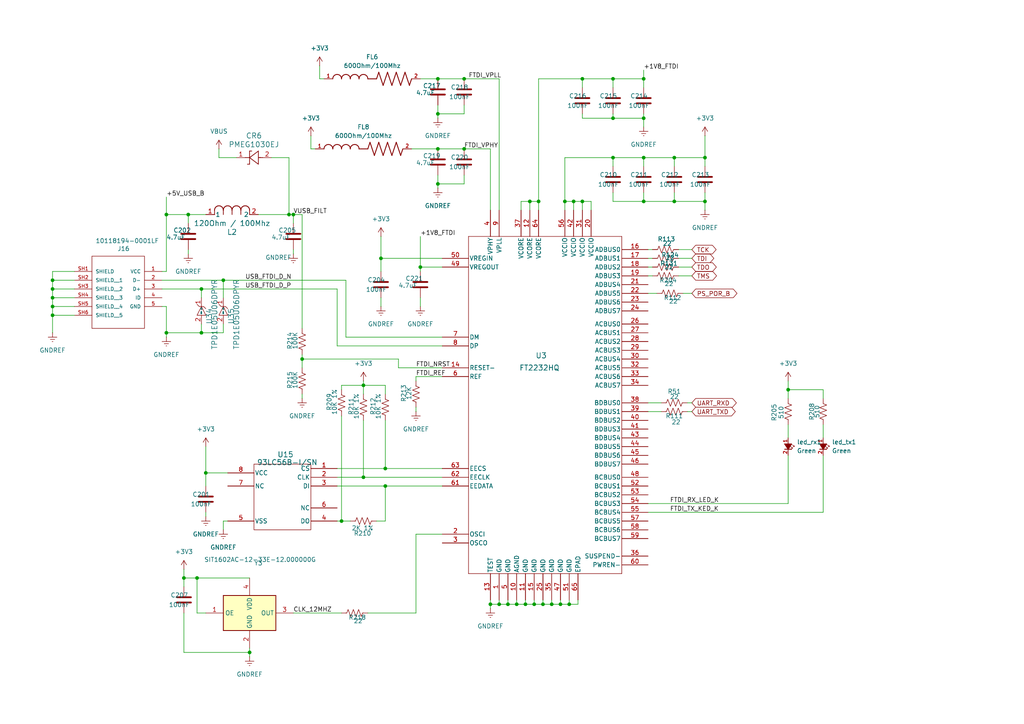
<source format=kicad_sch>
(kicad_sch (version 20231120) (generator "eeschema") (generator_version "8.0")
  (paper "A4")
  (lib_symbols
    (symbol "10118194-0001LF:10118194-0001LF" (pin_names (offset 1.016))
      (property "Reference" "J16" (at 8.89 -5.0799 0))
      (property "Value" "10118194-0001LF" (at 8.89 -7.6199 0))
      (symbol "10118194-0001LF_0_0"
        (pin power_in line (at 12.7 6.35 180) (length 5.08) (name "VCC") (number "1"))
        (pin bidirectional line (at 12.7 3.81 180) (length 5.08) (name "D-") (number "2"))
        (pin bidirectional line (at 12.7 1.27 180) (length 5.08) (name "D+") (number "3"))
        (pin bidirectional line (at 12.7 -1.27 180) (length 5.08) (name "ID") (number "4"))
        (pin power_in line (at 12.7 -3.81 180) (length 5.08) (name "GND") (number "5"))
        (pin passive line (at -12.7 6.35 0) (length 5.08) (name "SHIELD") (number "SH1"))
        (pin passive line (at -12.7 3.81 0) (length 5.08) (name "SHIELD__1") (number "SH2"))
        (pin passive line (at -12.7 1.27 0) (length 5.08) (name "SHIELD__2") (number "SH3"))
        (pin passive line (at -12.7 -1.27 0) (length 5.08) (name "SHIELD__3") (number "SH4"))
        (pin passive line (at -12.7 -3.81 0) (length 5.08) (name "SHIELD__4") (number "SH5"))
        (pin passive line (at -12.7 -6.35 0) (length 5.08) (name "SHIELD__5") (number "SH6"))
      )
    )
    (symbol "93LC56B-I-SN:93LC56B-I_SN" (pin_names (offset 0.254))
      (property "Reference" "U15" (at 1.524 11.684 0))
      (property "Value" "93LC56B-I/SN" (at 2.032 9.398 0))
      (symbol "93LC56B-I_SN_0_1"
        (pin unspecified line (at 16.51 7.62 180) (length 7.62) (name "CS") (number "1"))
        (pin unspecified line (at 16.51 5.08 180) (length 7.62) (name "CLK") (number "2"))
        (pin unspecified line (at 16.51 2.54 180) (length 7.62) (name "DI") (number "3"))
        (pin unspecified line (at 16.51 -7.62 180) (length 7.62) (name "DO") (number "4"))
        (pin unspecified line (at -15.24 -7.62 0) (length 7.62) (name "VSS") (number "5"))
        (pin unspecified line (at 16.51 -3.81 180) (length 7.62) (name "NC") (number "6"))
        (pin unspecified line (at -15.24 2.54 0) (length 7.62) (name "NC") (number "7"))
        (pin unspecified line (at -15.24 6.35 0) (length 7.62) (name "VCC") (number "8"))
      )
    )
    (symbol "Aquiot:LED" (pin_names (offset 0.254) hide)
      (property "Reference" "D" (at 0 3.81 0))
      (property "Value" "LED" (at 0 -2.54 0))
      (symbol "LED_1_1"
        (pin passive line (at -2.54 0 0) (length 1.778) (name "A") (number "1"))
        (pin passive line (at 2.54 0 180) (length 1.778) (name "K") (number "2"))
      )
    )
    (symbol "BLM18AG121SN1D:BLM18AG121SN1D" (pin_names (offset 0.254))
      (property "Reference" "L" (at 6.985 5.08 0))
      (property "Value" "BLM18AG121SN1D" (at 6.985 -2.54 0))
      (symbol "BLM18AG121SN1D_1_1"
        (pin unspecified line (at 15.24 0 180) (length 2.54) (name "1") (number "1"))
        (pin unspecified line (at 0 0 0) (length 2.54) (name "2") (number "2"))
      )
      (symbol "BLM18AG121SN1D_1_2"
        (pin unspecified line (at 0 15.24 270) (length 2.54) (name "1") (number "1"))
        (pin unspecified line (at 0 0 90) (length 2.54) (name "2") (number "2"))
      )
    )
    (symbol "BLM18AG601SZ1D:BLM18AG601SZ1D" (pin_names (offset 1.016))
      (property "Reference" "FL" (at -12.7044 5.0815 0))
      (property "Value" "BLM18AG601SZ1D" (at -12.71 -5.0866 0))
      (symbol "BLM18AG601SZ1D_0_0"
        (pin passive line (at -15.24 0 0) (length 2.54) (name "~") (number "1"))
        (pin passive line (at 12.7 0 180) (length 2.54) (name "~") (number "2"))
      )
    )
    (symbol "Device:C" (pin_numbers hide) (pin_names (offset 0.254))
      (property "Reference" "C" (at 0.635 2.54 0))
      (property "Value" "C" (at 0.635 -2.54 0))
      (symbol "C_1_1"
        (pin passive line (at 0 3.81 270) (length 2.794) (name "~") (number "1"))
        (pin passive line (at 0 -3.81 90) (length 2.794) (name "~") (number "2"))
      )
    )
    (symbol "Device:R_US" (pin_numbers hide) (pin_names (offset 0))
      (property "Reference" "R" (at 2.54 0 90))
      (property "Value" "R_US" (at -2.54 0 90))
      (symbol "R_US_1_1"
        (pin passive line (at 0 3.81 270) (length 1.27) (name "~") (number "1"))
        (pin passive line (at 0 -3.81 90) (length 1.27) (name "~") (number "2"))
      )
    )
    (symbol "FT2232HQ:FT2232HQ" (pin_names (offset 0.254))
      (property "Reference" "U3" (at 21.082 -39.624 0))
      (property "Value" "FT2232HQ" (at 20.574 -43.18 0))
      (symbol "FT2232HQ_0_1"
        (pin power_out line (at 8.89 -110.49 90) (length 7.62) (name "GND") (number "1"))
        (pin power_out line (at 13.97 -110.49 90) (length 7.62) (name "AGND") (number "10"))
        (pin power_out line (at 16.51 -110.49 90) (length 7.62) (name "GND") (number "11"))
        (pin power_in line (at 17.78 2.54 270) (length 7.62) (name "VCORE") (number "12"))
        (pin input line (at 6.35 -110.49 90) (length 7.62) (name "TEST") (number "13"))
        (pin input line (at -7.62 -43.18 0) (length 7.62) (name "RESET-") (number "14"))
        (pin power_out line (at 19.05 -110.49 90) (length 7.62) (name "GND") (number "15"))
        (pin bidirectional line (at 52.07 -8.89 180) (length 7.62) (name "ADBUS0") (number "16"))
        (pin bidirectional line (at 52.07 -11.43 180) (length 7.62) (name "ADBUS1") (number "17"))
        (pin bidirectional line (at 52.07 -13.97 180) (length 7.62) (name "ADBUS2") (number "18"))
        (pin bidirectional line (at 52.07 -16.51 180) (length 7.62) (name "ADBUS3") (number "19"))
        (pin input line (at -7.62 -91.44 0) (length 7.62) (name "OSCI") (number "2"))
        (pin power_in line (at 35.56 2.54 270) (length 7.62) (name "VCCIO") (number "20"))
        (pin bidirectional line (at 52.07 -19.05 180) (length 7.62) (name "ADBUS4") (number "21"))
        (pin bidirectional line (at 52.07 -21.59 180) (length 7.62) (name "ADBUS5") (number "22"))
        (pin bidirectional line (at 52.07 -24.13 180) (length 7.62) (name "ADBUS6") (number "23"))
        (pin bidirectional line (at 52.07 -26.67 180) (length 7.62) (name "ADBUS7") (number "24"))
        (pin power_out line (at 21.59 -110.49 90) (length 7.62) (name "GND") (number "25"))
        (pin bidirectional line (at 52.07 -30.48 180) (length 7.62) (name "ACBUS0") (number "26"))
        (pin bidirectional line (at 52.07 -33.02 180) (length 7.62) (name "ACBUS1") (number "27"))
        (pin bidirectional line (at 52.07 -35.56 180) (length 7.62) (name "ACBUS2") (number "28"))
        (pin bidirectional line (at 52.07 -38.1 180) (length 7.62) (name "ACBUS3") (number "29"))
        (pin output line (at -7.62 -93.98 0) (length 7.62) (name "OSCO") (number "3"))
        (pin bidirectional line (at 52.07 -40.64 180) (length 7.62) (name "ACBUS4") (number "30"))
        (pin power_in line (at 33.02 2.54 270) (length 7.62) (name "VCCIO") (number "31"))
        (pin bidirectional line (at 52.07 -43.18 180) (length 7.62) (name "ACBUS5") (number "32"))
        (pin bidirectional line (at 52.07 -45.72 180) (length 7.62) (name "ACBUS6") (number "33"))
        (pin bidirectional line (at 52.07 -48.26 180) (length 7.62) (name "ACBUS7") (number "34"))
        (pin power_out line (at 24.13 -110.49 90) (length 7.62) (name "GND") (number "35"))
        (pin output line (at 52.07 -97.79 180) (length 7.62) (name "SUSPEND-") (number "36"))
        (pin power_in line (at 15.24 2.54 270) (length 7.62) (name "VCORE") (number "37"))
        (pin bidirectional line (at 52.07 -53.34 180) (length 7.62) (name "BDBUS0") (number "38"))
        (pin bidirectional line (at 52.07 -55.88 180) (length 7.62) (name "BDBUS1") (number "39"))
        (pin power_in line (at 6.35 2.54 270) (length 7.62) (name "VPHY") (number "4"))
        (pin bidirectional line (at 52.07 -58.42 180) (length 7.62) (name "BDBUS2") (number "40"))
        (pin bidirectional line (at 52.07 -60.96 180) (length 7.62) (name "BDBUS3") (number "41"))
        (pin power_in line (at 30.48 2.54 270) (length 7.62) (name "VCCIO") (number "42"))
        (pin bidirectional line (at 52.07 -63.5 180) (length 7.62) (name "BDBUS4") (number "43"))
        (pin bidirectional line (at 52.07 -66.04 180) (length 7.62) (name "BDBUS5") (number "44"))
        (pin bidirectional line (at 52.07 -68.58 180) (length 7.62) (name "BDBUS6") (number "45"))
        (pin bidirectional line (at 52.07 -71.12 180) (length 7.62) (name "BDBUS7") (number "46"))
        (pin power_out line (at 26.67 -110.49 90) (length 7.62) (name "GND") (number "47"))
        (pin bidirectional line (at 52.07 -74.93 180) (length 7.62) (name "BCBUS0") (number "48"))
        (pin power_in line (at -7.62 -13.97 0) (length 7.62) (name "VREGOUT") (number "49"))
        (pin power_out line (at 11.43 -110.49 90) (length 7.62) (name "GND") (number "5"))
        (pin power_in line (at -7.62 -11.43 0) (length 7.62) (name "VREGIN") (number "50"))
        (pin power_out line (at 29.21 -110.49 90) (length 7.62) (name "GND") (number "51"))
        (pin bidirectional line (at 52.07 -77.47 180) (length 7.62) (name "BCBUS1") (number "52"))
        (pin bidirectional line (at 52.07 -80.01 180) (length 7.62) (name "BCBUS2") (number "53"))
        (pin bidirectional line (at 52.07 -82.55 180) (length 7.62) (name "BCBUS3") (number "54"))
        (pin bidirectional line (at 52.07 -85.09 180) (length 7.62) (name "BCBUS4") (number "55"))
        (pin power_in line (at 27.94 2.54 270) (length 7.62) (name "VCCIO") (number "56"))
        (pin bidirectional line (at 52.07 -87.63 180) (length 7.62) (name "BCBUS5") (number "57"))
        (pin bidirectional line (at 52.07 -90.17 180) (length 7.62) (name "BCBUS6") (number "58"))
        (pin bidirectional line (at 52.07 -92.71 180) (length 7.62) (name "BCBUS7") (number "59"))
        (pin input line (at -7.62 -45.72 0) (length 7.62) (name "REF") (number "6"))
        (pin output line (at 52.07 -100.33 180) (length 7.62) (name "PWREN-") (number "60"))
        (pin bidirectional line (at -7.62 -77.47 0) (length 7.62) (name "EEDATA") (number "61"))
        (pin bidirectional line (at -7.62 -74.93 0) (length 7.62) (name "EECLK") (number "62"))
        (pin bidirectional line (at -7.62 -72.39 0) (length 7.62) (name "EECS") (number "63"))
        (pin input line (at 20.32 2.54 270) (length 7.62) (name "VCORE") (number "64"))
        (pin unspecified line (at 31.75 -110.49 90) (length 7.62) (name "EPAD") (number "65"))
        (pin bidirectional line (at -7.62 -34.29 0) (length 7.62) (name "DM") (number "7"))
        (pin bidirectional line (at -7.62 -36.83 0) (length 7.62) (name "DP") (number "8"))
        (pin power_in line (at 8.89 2.54 270) (length 7.62) (name "VPLL") (number "9"))
      )
    )
    (symbol "PMEG1030EJ:PMEG1030EJ" (pin_names (offset 0.254))
      (property "Reference" "CR" (at 5.08 4.445 0))
      (property "Value" "PMEG1030EJ" (at 5.08 -3.81 0))
      (symbol "PMEG1030EJ_0_1"
        (pin unspecified line (at 10.16 0 180) (length 2.54) (name "") (number "1"))
        (pin unspecified line (at 0 0 0) (length 2.54) (name "") (number "2"))
      )
    )
    (symbol "SIT1602AC-12-33E-12_000000G:SIT1602AC-12-33E-12.000000G"
      (property "Reference" "Y3" (at 12.7 7.62 0))
      (property "Value" "SIT1602AC-12-33E-12.000000G" (at 12.7 5.08 0))
      (symbol "SIT1602AC-12-33E-12.000000G_1_1"
        (pin passive line (at 0 -2.54 0) (length 5.08) (name "OE") (number "1"))
        (pin passive line (at 12.7 -12.7 90) (length 5.08) (name "GND") (number "2"))
        (pin passive line (at 25.4 -2.54 180) (length 5.08) (name "OUT") (number "3"))
        (pin passive line (at 12.7 7.62 270) (length 5.08) (name "VDD") (number "4"))
      )
    )
    (symbol "TPD1E05U06DPYR_1" (pin_names (offset 0.254))
      (property "Reference" "U34" (at 5.334 2.286 0))
      (property "Value" "TPD1E05U06DPYR" (at 4.826 3.81 0))
      (symbol "TPD1E05U06DPYR_1_1_1"
        (pin bidirectional line (at 0 0 0) (length 2.54) (name "I/O") (number "1"))
        (pin power_in line (at 7.62 0 180) (length 2.54) (name "GND") (number "2"))
      )
    )
    (symbol "power:+3V3" (power) (pin_numbers hide) (pin_names (offset 0) hide)
      (property "Value" "+3V3" (at 0 3.556 0))
      (symbol "+3V3_1_1"
        (pin power_in line (at 0 0 90) (length 0) (name "~") (number "1"))
      )
    )
    (symbol "power:GNDREF" (power) (pin_numbers hide) (pin_names (offset 0) hide)
      (property "Value" "GNDREF" (at 0 -3.81 0))
      (symbol "GNDREF_1_1"
        (pin power_in line (at 0 0 270) (length 0) (name "~") (number "1"))
      )
    )
    (symbol "power:VBUS" (power) (pin_numbers hide) (pin_names (offset 0) hide)
      (property "Value" "VBUS" (at 0 3.556 0))
      (symbol "VBUS_1_1"
        (pin power_in line (at 0 0 90) (length 0) (name "~") (number "1"))
      )
    )
  )
  (junction (at 204.47 45.72))
  (junction (at 153.67 58.42))
  (junction (at 160.02 175.26))
  (junction (at 15.24 91.44))
  (junction (at 64.77 81.28))
  (junction (at 111.76 140.97))
  (junction (at 165.1 175.26))
  (junction (at 127 33.02))
  (junction (at 144.78 175.26))
  (junction (at 110.49 74.93))
  (junction (at 147.32 175.26))
  (junction (at 53.34 167.64))
  (junction (at 58.42 83.82))
  (junction (at 204.47 58.42))
  (junction (at 105.41 138.43))
  (junction (at 85.09 62.23))
  (junction (at 186.69 45.72))
  (junction (at 58.42 96.52))
  (junction (at 15.24 81.28))
  (junction (at 15.24 86.36))
  (junction (at 15.24 83.82))
  (junction (at 152.4 175.26))
  (junction (at 127 22.86))
  (junction (at 195.58 45.72))
  (junction (at 157.48 175.26))
  (junction (at 48.26 96.52))
  (junction (at 127 43.18))
  (junction (at 156.21 58.42))
  (junction (at 163.83 58.42))
  (junction (at 15.24 88.9))
  (junction (at 186.69 34.29))
  (junction (at 59.69 137.16))
  (junction (at 186.69 22.86))
  (junction (at 177.8 45.72))
  (junction (at 195.58 58.42))
  (junction (at 134.62 22.86))
  (junction (at 57.15 167.64))
  (junction (at 72.39 189.23))
  (junction (at 83.82 62.23))
  (junction (at 87.63 104.14))
  (junction (at 186.69 58.42))
  (junction (at 48.26 62.23))
  (junction (at 127 53.34))
  (junction (at 168.91 58.42))
  (junction (at 134.62 43.18))
  (junction (at 149.86 175.26))
  (junction (at 105.41 111.76))
  (junction (at 166.37 58.42))
  (junction (at 162.56 175.26))
  (junction (at 177.8 34.29))
  (junction (at 154.94 175.26))
  (junction (at 54.61 62.23))
  (junction (at 142.24 175.26))
  (junction (at 168.91 22.86))
  (junction (at 121.92 77.47))
  (junction (at 99.06 151.13))
  (junction (at 228.6 113.03))
  (junction (at 177.8 22.86))
  (junction (at 111.76 135.89))
  (wire (pts (xy 238.76 113.03) (xy 228.6 113.03)))
  (wire (pts (xy 121.92 86.36) (xy 121.92 88.9)))
  (wire (pts (xy 105.41 110.49) (xy 105.41 111.76)))
  (wire (pts (xy 97.79 140.97) (xy 111.76 140.97)))
  (wire (pts (xy 134.62 53.34) (xy 127 53.34)))
  (wire (pts (xy 106.68 177.8) (xy 120.65 177.8)))
  (wire (pts (xy 189.23 77.47) (xy 187.96 77.47)))
  (wire (pts (xy 99.06 151.13) (xy 101.6 151.13)))
  (wire (pts (xy 157.48 175.26) (xy 154.94 175.26)))
  (wire (pts (xy 72.39 167.64) (xy 57.15 167.64)))
  (wire (pts (xy 83.82 45.72) (xy 83.82 62.23)))
  (wire (pts (xy 196.85 80.01) (xy 200.66 80.01)))
  (wire (pts (xy 15.24 88.9) (xy 15.24 91.44)))
  (wire (pts (xy 156.21 60.96) (xy 156.21 58.42)))
  (wire (pts (xy 110.49 78.74) (xy 110.49 74.93)))
  (wire (pts (xy 58.42 96.52) (xy 48.26 96.52)))
  (wire (pts (xy 165.1 175.26) (xy 162.56 175.26)))
  (wire (pts (xy 121.92 78.74) (xy 121.92 77.47)))
  (wire (pts (xy 142.24 43.18) (xy 142.24 60.96)))
  (wire (pts (xy 58.42 93.98) (xy 58.42 96.52)))
  (wire (pts (xy 228.6 132.08) (xy 228.6 146.05)))
  (wire (pts (xy 204.47 48.26) (xy 204.47 45.72)))
  (wire (pts (xy 54.61 62.23) (xy 59.69 62.23)))
  (wire (pts (xy 196.85 77.47) (xy 200.66 77.47)))
  (wire (pts (xy 105.41 138.43) (xy 128.27 138.43)))
  (wire (pts (xy 99.06 111.76) (xy 105.41 111.76)))
  (wire (pts (xy 127 33.02) (xy 127 30.48)))
  (wire (pts (xy 199.39 119.38) (xy 200.66 119.38)))
  (wire (pts (xy 186.69 22.86) (xy 177.8 22.86)))
  (wire (pts (xy 57.15 177.8) (xy 59.69 177.8)))
  (wire (pts (xy 64.77 93.98) (xy 64.77 96.52)))
  (wire (pts (xy 165.1 173.99) (xy 165.1 175.26)))
  (wire (pts (xy 48.26 78.74) (xy 48.26 62.23)))
  (wire (pts (xy 128.27 109.22) (xy 120.65 109.22)))
  (wire (pts (xy 92.71 19.05) (xy 92.71 22.86)))
  (wire (pts (xy 163.83 58.42) (xy 163.83 45.72)))
  (wire (pts (xy 238.76 115.57) (xy 238.76 113.03)))
  (wire (pts (xy 151.13 58.42) (xy 153.67 58.42)))
  (wire (pts (xy 154.94 175.26) (xy 152.4 175.26)))
  (wire (pts (xy 144.78 22.86) (xy 144.78 60.96)))
  (wire (pts (xy 177.8 33.02) (xy 177.8 34.29)))
  (wire (pts (xy 72.39 189.23) (xy 72.39 190.5)))
  (wire (pts (xy 177.8 25.4) (xy 177.8 22.86)))
  (wire (pts (xy 195.58 58.42) (xy 186.69 58.42)))
  (wire (pts (xy 78.74 45.72) (xy 83.82 45.72)))
  (wire (pts (xy 48.26 62.23) (xy 54.61 62.23)))
  (wire (pts (xy 59.69 137.16) (xy 66.04 137.16)))
  (wire (pts (xy 91.44 43.18) (xy 90.17 43.18)))
  (wire (pts (xy 204.47 45.72) (xy 195.58 45.72)))
  (wire (pts (xy 15.24 81.28) (xy 15.24 83.82)))
  (wire (pts (xy 168.91 58.42) (xy 166.37 58.42)))
  (wire (pts (xy 127 43.18) (xy 134.62 43.18)))
  (wire (pts (xy 134.62 33.02) (xy 127 33.02)))
  (wire (pts (xy 187.96 80.01) (xy 189.23 80.01)))
  (wire (pts (xy 147.32 173.99) (xy 147.32 175.26)))
  (wire (pts (xy 15.24 78.74) (xy 15.24 81.28)))
  (wire (pts (xy 109.22 151.13) (xy 111.76 151.13)))
  (wire (pts (xy 99.06 113.03) (xy 99.06 111.76)))
  (wire (pts (xy 53.34 165.1) (xy 53.34 167.64)))
  (wire (pts (xy 152.4 175.26) (xy 149.86 175.26)))
  (wire (pts (xy 187.96 116.84) (xy 191.77 116.84)))
  (wire (pts (xy 21.59 78.74) (xy 15.24 78.74)))
  (wire (pts (xy 121.92 77.47) (xy 128.27 77.47)))
  (wire (pts (xy 186.69 34.29) (xy 177.8 34.29)))
  (wire (pts (xy 166.37 58.42) (xy 163.83 58.42)))
  (wire (pts (xy 92.71 22.86) (xy 93.98 22.86)))
  (wire (pts (xy 177.8 22.86) (xy 168.91 22.86)))
  (wire (pts (xy 127 33.02) (xy 127 34.29)))
  (wire (pts (xy 154.94 173.99) (xy 154.94 175.26)))
  (wire (pts (xy 64.77 96.52) (xy 58.42 96.52)))
  (wire (pts (xy 177.8 58.42) (xy 186.69 58.42)))
  (wire (pts (xy 21.59 88.9) (xy 15.24 88.9)))
  (wire (pts (xy 54.61 72.39) (xy 54.61 73.66)))
  (wire (pts (xy 149.86 173.99) (xy 149.86 175.26)))
  (wire (pts (xy 90.17 39.37) (xy 90.17 43.18)))
  (wire (pts (xy 151.13 60.96) (xy 151.13 58.42)))
  (wire (pts (xy 167.64 175.26) (xy 165.1 175.26)))
  (wire (pts (xy 120.65 154.94) (xy 128.27 154.94)))
  (wire (pts (xy 144.78 173.99) (xy 144.78 175.26)))
  (wire (pts (xy 127 22.86) (xy 134.62 22.86)))
  (wire (pts (xy 97.79 100.33) (xy 128.27 100.33)))
  (wire (pts (xy 162.56 173.99) (xy 162.56 175.26)))
  (wire (pts (xy 134.62 50.8) (xy 134.62 53.34)))
  (wire (pts (xy 147.32 175.26) (xy 144.78 175.26)))
  (wire (pts (xy 204.47 58.42) (xy 195.58 58.42)))
  (wire (pts (xy 21.59 86.36) (xy 15.24 86.36)))
  (wire (pts (xy 87.63 62.23) (xy 85.09 62.23)))
  (wire (pts (xy 120.65 118.11) (xy 120.65 119.38)))
  (wire (pts (xy 186.69 45.72) (xy 177.8 45.72)))
  (wire (pts (xy 87.63 104.14) (xy 87.63 106.68)))
  (wire (pts (xy 58.42 83.82) (xy 58.42 86.36)))
  (wire (pts (xy 163.83 60.96) (xy 163.83 58.42)))
  (wire (pts (xy 168.91 34.29) (xy 168.91 33.02)))
  (wire (pts (xy 64.77 151.13) (xy 66.04 151.13)))
  (wire (pts (xy 186.69 33.02) (xy 186.69 34.29)))
  (wire (pts (xy 63.5 43.18) (xy 63.5 45.72)))
  (wire (pts (xy 167.64 173.99) (xy 167.64 175.26)))
  (wire (pts (xy 195.58 48.26) (xy 195.58 45.72)))
  (wire (pts (xy 21.59 81.28) (xy 15.24 81.28)))
  (wire (pts (xy 187.96 119.38) (xy 191.77 119.38)))
  (wire (pts (xy 110.49 68.58) (xy 110.49 74.93)))
  (wire (pts (xy 142.24 175.26) (xy 142.24 176.53)))
  (wire (pts (xy 97.79 138.43) (xy 105.41 138.43)))
  (wire (pts (xy 199.39 116.84) (xy 200.66 116.84)))
  (wire (pts (xy 171.45 60.96) (xy 171.45 58.42)))
  (wire (pts (xy 53.34 167.64) (xy 53.34 170.18)))
  (wire (pts (xy 177.8 34.29) (xy 168.91 34.29)))
  (wire (pts (xy 85.09 64.77) (xy 85.09 62.23)))
  (wire (pts (xy 74.93 62.23) (xy 83.82 62.23)))
  (wire (pts (xy 238.76 148.59) (xy 187.96 148.59)))
  (wire (pts (xy 160.02 173.99) (xy 160.02 175.26)))
  (wire (pts (xy 119.38 43.18) (xy 127 43.18)))
  (wire (pts (xy 168.91 60.96) (xy 168.91 58.42)))
  (wire (pts (xy 198.12 85.09) (xy 200.66 85.09)))
  (wire (pts (xy 87.63 104.14) (xy 115.57 104.14)))
  (wire (pts (xy 120.65 177.8) (xy 120.65 154.94)))
  (wire (pts (xy 134.62 43.18) (xy 142.24 43.18)))
  (wire (pts (xy 149.86 175.26) (xy 147.32 175.26)))
  (wire (pts (xy 110.49 88.9) (xy 110.49 86.36)))
  (wire (pts (xy 204.47 39.37) (xy 204.47 45.72)))
  (wire (pts (xy 171.45 58.42) (xy 168.91 58.42)))
  (wire (pts (xy 187.96 72.39) (xy 189.23 72.39)))
  (wire (pts (xy 228.6 110.49) (xy 228.6 113.03)))
  (wire (pts (xy 196.85 74.93) (xy 200.66 74.93)))
  (wire (pts (xy 59.69 148.59) (xy 59.69 149.86)))
  (wire (pts (xy 134.62 30.48) (xy 134.62 33.02)))
  (wire (pts (xy 21.59 91.44) (xy 15.24 91.44)))
  (wire (pts (xy 177.8 45.72) (xy 177.8 48.26)))
  (wire (pts (xy 127 53.34) (xy 127 50.8)))
  (wire (pts (xy 87.63 95.25) (xy 87.63 62.23)))
  (wire (pts (xy 160.02 175.26) (xy 157.48 175.26)))
  (wire (pts (xy 54.61 62.23) (xy 54.61 64.77)))
  (wire (pts (xy 177.8 55.88) (xy 177.8 58.42)))
  (wire (pts (xy 85.09 73.66) (xy 85.09 72.39)))
  (wire (pts (xy 85.09 177.8) (xy 99.06 177.8)))
  (wire (pts (xy 204.47 55.88) (xy 204.47 58.42)))
  (wire (pts (xy 187.96 85.09) (xy 190.5 85.09)))
  (wire (pts (xy 87.63 114.3) (xy 87.63 115.57)))
  (wire (pts (xy 163.83 45.72) (xy 177.8 45.72)))
  (wire (pts (xy 72.39 187.96) (xy 72.39 189.23)))
  (wire (pts (xy 111.76 121.92) (xy 111.76 135.89)))
  (wire (pts (xy 48.26 96.52) (xy 48.26 88.9)))
  (wire (pts (xy 83.82 62.23) (xy 85.09 62.23)))
  (wire (pts (xy 195.58 55.88) (xy 195.58 58.42)))
  (wire (pts (xy 121.92 68.58) (xy 121.92 77.47)))
  (wire (pts (xy 48.26 97.79) (xy 48.26 96.52)))
  (wire (pts (xy 134.62 22.86) (xy 144.78 22.86)))
  (wire (pts (xy 186.69 20.32) (xy 186.69 22.86)))
  (wire (pts (xy 111.76 135.89) (xy 128.27 135.89)))
  (wire (pts (xy 187.96 74.93) (xy 189.23 74.93)))
  (wire (pts (xy 48.26 88.9) (xy 46.99 88.9)))
  (wire (pts (xy 196.85 72.39) (xy 200.66 72.39)))
  (wire (pts (xy 228.6 113.03) (xy 228.6 115.57)))
  (wire (pts (xy 195.58 45.72) (xy 186.69 45.72)))
  (wire (pts (xy 111.76 114.3) (xy 111.76 111.76)))
  (wire (pts (xy 99.06 151.13) (xy 97.79 151.13)))
  (wire (pts (xy 87.63 102.87) (xy 87.63 104.14)))
  (wire (pts (xy 53.34 167.64) (xy 57.15 167.64)))
  (wire (pts (xy 166.37 60.96) (xy 166.37 58.42)))
  (wire (pts (xy 152.4 173.99) (xy 152.4 175.26)))
  (wire (pts (xy 46.99 81.28) (xy 64.77 81.28)))
  (wire (pts (xy 110.49 74.93) (xy 128.27 74.93)))
  (wire (pts (xy 186.69 58.42) (xy 186.69 55.88)))
  (wire (pts (xy 53.34 177.8) (xy 53.34 189.23)))
  (wire (pts (xy 228.6 146.05) (xy 187.96 146.05)))
  (wire (pts (xy 204.47 58.42) (xy 204.47 60.96)))
  (wire (pts (xy 111.76 140.97) (xy 128.27 140.97)))
  (wire (pts (xy 15.24 86.36) (xy 15.24 88.9)))
  (wire (pts (xy 186.69 22.86) (xy 186.69 25.4)))
  (wire (pts (xy 186.69 34.29) (xy 186.69 36.83)))
  (wire (pts (xy 128.27 106.68) (xy 115.57 106.68)))
  (wire (pts (xy 100.33 97.79) (xy 128.27 97.79)))
  (wire (pts (xy 46.99 78.74) (xy 48.26 78.74)))
  (wire (pts (xy 186.69 48.26) (xy 186.69 45.72)))
  (wire (pts (xy 156.21 22.86) (xy 168.91 22.86)))
  (wire (pts (xy 64.77 81.28) (xy 64.77 86.36)))
  (wire (pts (xy 58.42 83.82) (xy 97.79 83.82)))
  (wire (pts (xy 228.6 123.19) (xy 228.6 127)))
  (wire (pts (xy 100.33 81.28) (xy 100.33 97.79)))
  (wire (pts (xy 153.67 60.96) (xy 153.67 58.42)))
  (wire (pts (xy 111.76 151.13) (xy 111.76 140.97)))
  (wire (pts (xy 64.77 81.28) (xy 100.33 81.28)))
  (wire (pts (xy 127 53.34) (xy 127 54.61)))
  (wire (pts (xy 53.34 189.23) (xy 72.39 189.23)))
  (wire (pts (xy 156.21 58.42) (xy 156.21 22.86)))
  (wire (pts (xy 238.76 123.19) (xy 238.76 127)))
  (wire (pts (xy 120.65 109.22) (xy 120.65 110.49)))
  (wire (pts (xy 121.92 22.86) (xy 127 22.86)))
  (wire (pts (xy 64.77 153.67) (xy 64.77 151.13)))
  (wire (pts (xy 46.99 83.82) (xy 58.42 83.82)))
  (wire (pts (xy 57.15 167.64) (xy 57.15 177.8)))
  (wire (pts (xy 105.41 111.76) (xy 105.41 114.3)))
  (wire (pts (xy 21.59 83.82) (xy 15.24 83.82)))
  (wire (pts (xy 63.5 45.72) (xy 68.58 45.72)))
  (wire (pts (xy 238.76 132.08) (xy 238.76 148.59)))
  (wire (pts (xy 111.76 111.76) (xy 105.41 111.76)))
  (wire (pts (xy 144.78 175.26) (xy 142.24 175.26)))
  (wire (pts (xy 142.24 173.99) (xy 142.24 175.26)))
  (wire (pts (xy 157.48 173.99) (xy 157.48 175.26)))
  (wire (pts (xy 105.41 121.92) (xy 105.41 138.43)))
  (wire (pts (xy 168.91 22.86) (xy 168.91 25.4)))
  (wire (pts (xy 162.56 175.26) (xy 160.02 175.26)))
  (wire (pts (xy 15.24 91.44) (xy 15.24 96.52)))
  (wire (pts (xy 97.79 135.89) (xy 111.76 135.89)))
  (wire (pts (xy 97.79 83.82) (xy 97.79 100.33)))
  (wire (pts (xy 59.69 140.97) (xy 59.69 137.16)))
  (wire (pts (xy 48.26 57.15) (xy 48.26 62.23)))
  (wire (pts (xy 153.67 58.42) (xy 156.21 58.42)))
  (wire (pts (xy 15.24 83.82) (xy 15.24 86.36)))
  (wire (pts (xy 59.69 129.54) (xy 59.69 137.16)))
  (wire (pts (xy 99.06 120.65) (xy 99.06 151.13)))
  (wire (pts (xy 115.57 106.68) (xy 115.57 104.14)))
  (label "FTDI_TX_KED_K" (at 194.31 148.59 0))
  (label "USB_FTDI_D_P" (at 71.12 83.82 0))
  (label "+1V8_FTDI" (at 121.92 68.58 0))
  (label "FTDI_VPHY" (at 134.62 43.18 0))
  (label "USB_FTDI_D_N" (at 71.12 81.28 0))
  (label "VUSB_FILT" (at 85.09 62.23 0))
  (label "FTDI_RX_LED_K" (at 194.31 146.05 0))
  (label "+5V_USB_B" (at 48.26 57.15 0))
  (label "FTDI_VPLL" (at 135.89 22.86 0))
  (label "+1V8_FTDI" (at 186.69 20.32 0))
  (label "FTDI_NRST" (at 120.65 106.68 0))
  (label "FTDI_REF" (at 120.65 109.22 0))
  (label "CLK_12MHZ" (at 85.09 177.8 0))
  (global_label "UART_TXD" (shape bidirectional) (at 200.66 119.38 0) (property "Intersheetrefs" "${INTERSHEET_REFS}" (effects (hide yes))))
  (global_label "UART_RXD" (shape bidirectional) (at 200.66 116.84 0) (property "Intersheetrefs" "${INTERSHEET_REFS}" (effects (hide yes))))
  (global_label "TDO" (shape bidirectional) (at 200.66 77.47 0) (property "Intersheetrefs" "${INTERSHEET_REFS}" (effects (hide yes))))
  (global_label "TMS" (shape bidirectional) (at 200.66 80.01 0) (property "Intersheetrefs" "${INTERSHEET_REFS}" (effects (hide yes))))
  (global_label "TDI" (shape bidirectional) (at 200.66 74.93 0) (property "Intersheetrefs" "${INTERSHEET_REFS}" (effects (hide yes))))
  (global_label "PS_POR_B" (shape bidirectional) (at 200.66 85.09 0) (property "Intersheetrefs" "${INTERSHEET_REFS}" (effects (hide yes))))
  (global_label "TCK" (shape bidirectional) (at 200.66 72.39 0) (property "Intersheetrefs" "${INTERSHEET_REFS}" (effects (hide yes))))
  (symbol (lib_id "Device:C") (at 127 46.99 0) (unit 1)
    (property "Reference" "C219" (at 122.682 45.212 0) (effects (justify left)))
    (property "Value" "4.7uF" (at 120.65 47.244 0) (effects (justify left)))
    (property "Footprint" "footprints:C_0402" (effects (hide yes)))
    (property "Description" "Unpolarized capacitor" (effects (hide yes)))
    (property "LCSC PN" "C2858031" (effects (hide yes)))
  )
  (symbol (lib_id "power:GNDREF") (at 87.63 115.57 0) (unit 1)
    (property "Reference" "#PWR0270" (effects (hide yes)))
    (property "Value" "GNDREF" (at 87.63 120.65 0))
    (property "Description" "Power symbol creates a global label with name \"GNDREF\" , reference supply ground" (effects (hide yes)))
  )
  (symbol (lib_id "Device:C") (at 177.8 29.21 0) (unit 1)
    (property "Reference" "C215" (at 173.9156 27.8421 0) (effects (justify left)))
    (property "Value" "100nF" (at 173.4076 30.6361 0) (effects (justify left)))
    (property "Footprint" "footprints:C_0201_0603Metric" (effects (hide yes)))
    (property "Description" "Unpolarized capacitor" (effects (hide yes)))
    (property "LCSC PN" "c307380" (effects (hide yes)))
  )
  (symbol (lib_id "Device:C") (at 121.92 82.55 0) (unit 1)
    (property "Reference" "C221" (at 117.602 80.772 0) (effects (justify left)))
    (property "Value" "4.7uF" (at 115.57 82.804 0) (effects (justify left)))
    (property "Footprint" "footprints:C_0402" (effects (hide yes)))
    (property "Description" "Unpolarized capacitor" (effects (hide yes)))
    (property "LCSC PN" "C2858031" (effects (hide yes)))
  )
  (symbol (lib_id "power:+3V3") (at 110.49 68.58 0) (unit 1)
    (property "Reference" "#PWR0266" (effects (hide yes)))
    (property "Value" "+3V3" (at 110.49 63.5 0))
    (property "Description" "Power symbol creates a global label with name \"+3V3\"" (effects (hide yes)))
  )
  (symbol (lib_id "power:+3V3") (at 92.71 19.05 0) (unit 1)
    (property "Reference" "#PWR0115" (effects (hide yes)))
    (property "Value" "+3V3" (at 92.71 13.97 0))
    (property "Description" "Power symbol creates a global label with name \"+3V3\"" (effects (hide yes)))
  )
  (symbol (lib_id "power:GNDREF") (at 127 34.29 0) (unit 1)
    (property "Reference" "#PWR0150" (effects (hide yes)))
    (property "Value" "GNDREF" (at 127 39.37 0))
    (property "Description" "Power symbol creates a global label with name \"GNDREF\" , reference supply ground" (effects (hide yes)))
  )
  (symbol (lib_id "power:GNDREF") (at 85.09 73.66 0) (unit 1)
    (property "Reference" "#PWR0269" (effects (hide yes)))
    (property "Value" "GNDREF" (at 80.772 74.676 0))
    (property "Description" "Power symbol creates a global label with name \"GNDREF\" , reference supply ground" (effects (hide yes)))
  )
  (symbol (lib_id "power:+3V3") (at 90.17 39.37 0) (unit 1)
    (property "Reference" "#PWR023" (effects (hide yes)))
    (property "Value" "+3V3" (at 90.17 34.29 0))
    (property "Description" "Power symbol creates a global label with name \"+3V3\"" (effects (hide yes)))
  )
  (symbol (lib_id "Device:C") (at 186.69 29.21 0) (unit 1)
    (property "Reference" "C214" (at 182.8056 27.8421 0) (effects (justify left)))
    (property "Value" "100nF" (at 182.2976 30.6361 0) (effects (justify left)))
    (property "Footprint" "footprints:C_0201_0603Metric" (effects (hide yes)))
    (property "Description" "Unpolarized capacitor" (effects (hide yes)))
    (property "LCSC PN" "c307380" (effects (hide yes)))
  )
  (symbol (lib_id "power:GNDREF") (at 72.39 190.5 0) (unit 1)
    (property "Reference" "#PWR0273" (effects (hide yes)))
    (property "Value" "GNDREF" (at 72.39 195.58 0))
    (property "Description" "Power symbol creates a global label with name \"GNDREF\" , reference supply ground" (effects (hide yes)))
  )
  (symbol (lib_id "power:GNDREF") (at 64.77 153.67 0) (unit 1)
    (property "Reference" "#PWR0233" (effects (hide yes)))
    (property "Value" "GNDREF" (at 64.77 158.75 0))
    (property "Description" "Power symbol creates a global label with name \"GNDREF\" , reference supply ground" (effects (hide yes)))
  )
  (symbol (lib_id "power:+3V3") (at 228.6 110.49 0) (unit 1)
    (property "Reference" "#PWR0226" (effects (hide yes)))
    (property "Value" "+3V3" (at 228.6 105.41 0))
    (property "Description" "Power symbol creates a global label with name \"+3V3\"" (effects (hide yes)))
  )
  (symbol (lib_id "Device:R_US") (at 195.58 119.38 90) (unit 1)
    (property "Reference" "R111" (at 195.58 120.65 90))
    (property "Value" "22" (at 196.088 122.428 90))
    (property "Footprint" "footprints:R_0201_0603Metric" (effects (hide yes)))
    (property "Description" "Resistor, US symbol" (effects (hide yes)))
    (property "LCSC PN" "C270355" (effects (hide yes)))
  )
  (symbol (lib_id "power:GNDREF") (at 204.47 60.96 0) (unit 1)
    (property "Reference" "#PWR092" (effects (hide yes)))
    (property "Value" "GNDREF" (at 204.47 66.04 0))
    (property "Description" "Power symbol creates a global label with name \"GNDREF\" , reference supply ground" (effects (hide yes)))
  )
  (symbol (lib_id "Device:R_US") (at 111.76 118.11 180) (unit 1)
    (property "Reference" "R212" (at 108.204 117.856 90))
    (property "Value" "10K 1%" (at 109.728 117.856 90))
    (property "Footprint" "footprints:R_0402" (effects (hide yes)))
    (property "Description" "Resistor, US symbol" (effects (hide yes)))
    (property "LCSC PN" "C60490" (effects (hide yes)))
  )
  (symbol (lib_id "Device:R_US") (at 105.41 118.11 180) (unit 1)
    (property "Reference" "R211" (at 101.854 117.856 90))
    (property "Value" "10K 1%" (at 103.378 117.856 90))
    (property "Footprint" "footprints:R_0402" (effects (hide yes)))
    (property "Description" "Resistor, US symbol" (effects (hide yes)))
    (property "LCSC PN" "C60490" (effects (hide yes)))
  )
  (symbol (lib_id "93LC56B-I-SN:93LC56B-I_SN") (at 81.28 143.51 0) (unit 1)
    (property "Reference" "U15" (at 82.804 131.826 0) (effects (font (size 1.524 1.524))))
    (property "Value" "93LC56B-I/SN" (at 83.312 134.112 0) (effects (font (size 1.524 1.524))))
    (property "Footprint" "footprints:SOIC8-N_MC_MCH" (effects (hide yes)))
    (property "Datasheet" "93LC56B-I/SN" (effects (hide yes)))
    (property "LCSC PN" "C183620" (effects (hide yes)))
  )
  (symbol (lib_id "power:VBUS") (at 63.5 43.18 0) (unit 1)
    (property "Reference" "#PWR0274" (effects (hide yes)))
    (property "Value" "VBUS" (at 63.5 38.1 0))
    (property "Description" "Power symbol creates a global label with name \"VBUS\"" (effects (hide yes)))
  )
  (symbol (lib_name "TPD1E05U06DPYR_1") (lib_id "TPD1E05U06DPYR:TPD1E05U06DPYR") (at 64.77 86.36 270) (unit 1)
    (property "Reference" "U35" (at 67.056 91.694 0) (effects (font (size 1.524 1.524))))
    (property "Value" "TPD1E05U06DPYR" (at 68.58 91.186 0) (effects (font (size 1.524 1.524))))
    (property "Footprint" "footprints:DIO_TPD1E05U06DPYR" (effects (hide yes)))
    (property "Datasheet" "https://www.ti.com/lit/gpn/tpd1e05u06" (effects (hide yes)))
    (property "LCSC PN" "C436349" (effects (hide yes)))
  )
  (symbol (lib_id "Device:C") (at 195.58 52.07 0) (unit 1)
    (property "Reference" "C212" (at 191.6956 50.7021 0) (effects (justify left)))
    (property "Value" "100nF" (at 191.1876 53.4961 0) (effects (justify left)))
    (property "Footprint" "footprints:C_0201_0603Metric" (effects (hide yes)))
    (property "Description" "Unpolarized capacitor" (effects (hide yes)))
    (property "LCSC PN" "c307380" (effects (hide yes)))
  )
  (symbol (lib_id "Device:C") (at 54.61 68.58 0) (unit 1)
    (property "Reference" "C202" (at 50.292 66.802 0) (effects (justify left)))
    (property "Value" "4.7uF" (at 48.26 68.834 0) (effects (justify left)))
    (property "Footprint" "footprints:C_0402" (effects (hide yes)))
    (property "Description" "Unpolarized capacitor" (effects (hide yes)))
    (property "LCSC PN" "C2858031" (effects (hide yes)))
  )
  (symbol (lib_id "Device:R_US") (at 228.6 119.38 180) (unit 1)
    (property "Reference" "R205" (at 224.536 119.634 90))
    (property "Value" "510" (at 226.568 119.634 90))
    (property "Footprint" "footprints:R_0201_0603Metric" (effects (hide yes)))
    (property "Description" "Resistor, US symbol" (effects (hide yes)))
    (property "LCSC PN" "C965358" (effects (hide yes)))
  )
  (symbol (lib_id "PMEG1030EJ:PMEG1030EJ") (at 78.74 45.72 180) (unit 1)
    (property "Reference" "CR6" (at 73.66 39.37 0) (effects (font (size 1.524 1.524))))
    (property "Value" "PMEG1030EJ" (at 73.66 41.91 0) (effects (font (size 1.524 1.524))))
    (property "Footprint" "footprints:SOD323F_NXP" (effects (hide yes)))
    (property "Datasheet" "PMEG1030EJ" (effects (hide yes)))
    (property "LCSC PN" "C133633" (effects (hide yes)))
  )
  (symbol (lib_id "Device:C") (at 59.69 144.78 0) (unit 1)
    (property "Reference" "C201" (at 55.8056 143.4121 0) (effects (justify left)))
    (property "Value" "100nF" (at 55.2976 146.2061 0) (effects (justify left)))
    (property "Footprint" "footprints:C_0201_0603Metric" (effects (hide yes)))
    (property "Description" "Unpolarized capacitor" (effects (hide yes)))
    (property "LCSC PN" "c307380" (effects (hide yes)))
  )
  (symbol (lib_id "Aquiot:LED") (at 228.6 129.54 270) (unit 1)
    (property "Reference" "led_rx1" (at 231.14 128.2064 90) (effects (justify left)))
    (property "Value" "Green" (at 231.14 130.7464 90) (effects (justify left)))
    (property "Footprint" "footprints:LED_0402_1005Metric" (effects (hide yes)))
    (property "Description" "Light emitting diode, small symbol, filled shape" (effects (hide yes)))
    (property "LCSC PN" "C434449" (effects (hide yes)))
  )
  (symbol (lib_id "power:GNDREF") (at 186.69 36.83 0) (unit 1)
    (property "Reference" "#PWR097" (effects (hide yes)))
    (property "Value" "GNDREF" (at 186.69 41.91 0))
    (property "Description" "Power symbol creates a global label with name \"GNDREF\" , reference supply ground" (effects (hide yes)))
  )
  (symbol (lib_id "Device:C") (at 85.09 68.58 0) (unit 1)
    (property "Reference" "C205" (at 80.772 66.802 0) (effects (justify left)))
    (property "Value" "4.7uF" (at 78.74 68.834 0) (effects (justify left)))
    (property "Footprint" "footprints:C_0402" (effects (hide yes)))
    (property "Description" "Unpolarized capacitor" (effects (hide yes)))
    (property "LCSC PN" "C2858031" (effects (hide yes)))
  )
  (symbol (lib_id "Device:R_US") (at 193.04 77.47 90) (unit 1)
    (property "Reference" "R131" (at 194.0424 76.4008 90))
    (property "Value" "22" (at 194.0424 77.4168 90))
    (property "Footprint" "footprints:R_0201_0603Metric" (effects (hide yes)))
    (property "Description" "Resistor, US symbol" (effects (hide yes)))
    (property "LCSC PN" "C270355" (effects (hide yes)))
  )
  (symbol (lib_id "Device:R_US") (at 194.31 85.09 90) (unit 1)
    (property "Reference" "R112" (at 195.072 86.36 90))
    (property "Value" "22" (at 195.326 87.376 90))
    (property "Footprint" "footprints:R_0201_0603Metric" (effects (hide yes)))
    (property "Description" "Resistor, US symbol" (effects (hide yes)))
    (property "LCSC PN" "C270355" (effects (hide yes)))
  )
  (symbol (lib_id "Device:R_US") (at 193.04 80.01 90) (unit 1)
    (property "Reference" "R204" (at 193.802 81.28 90))
    (property "Value" "22" (at 194.056 82.296 90))
    (property "Footprint" "footprints:R_0201_0603Metric" (effects (hide yes)))
    (property "Description" "Resistor, US symbol" (effects (hide yes)))
    (property "LCSC PN" "C270355" (effects (hide yes)))
  )
  (symbol (lib_id "Aquiot:LED") (at 238.76 129.54 270) (unit 1)
    (property "Reference" "led_tx1" (at 241.3 128.2064 90) (effects (justify left)))
    (property "Value" "Green" (at 241.3 130.7464 90) (effects (justify left)))
    (property "Footprint" "footprints:LED_0402_1005Metric" (effects (hide yes)))
    (property "Description" "Light emitting diode, small symbol, filled shape" (effects (hide yes)))
    (property "LCSC PN" "C434449" (effects (hide yes)))
  )
  (symbol (lib_id "power:GNDREF") (at 121.92 88.9 0) (unit 1)
    (property "Reference" "#PWR0178" (effects (hide yes)))
    (property "Value" "GNDREF" (at 121.92 93.98 0))
    (property "Description" "Power symbol creates a global label with name \"GNDREF\" , reference supply ground" (effects (hide yes)))
  )
  (symbol (lib_id "BLM18AG121SN1D:BLM18AG121SN1D") (at 74.93 62.23 0) (mirror y) (unit 1)
    (property "Reference" "L2" (at 67.31 67.31 0) (effects (font (size 1.524 1.524))))
    (property "Value" "120Ohm / 100Mhz" (at 67.31 64.77 0) (effects (font (size 1.524 1.524))))
    (property "Footprint" "footprints:IND_BLM18_0603_MUR" (effects (hide yes)))
    (property "Datasheet" "BLM18AG121SN1D" (effects (hide yes)))
    (property "LCSC PN" "C14709" (effects (hide yes)))
  )
  (symbol (lib_name "TPD1E05U06DPYR_1") (lib_id "TPD1E05U06DPYR:TPD1E05U06DPYR") (at 58.42 86.36 270) (unit 1)
    (property "Reference" "U34" (at 60.706 91.694 0) (effects (font (size 1.524 1.524))))
    (property "Value" "TPD1E05U06DPYR" (at 62.23 91.186 0) (effects (font (size 1.524 1.524))))
    (property "Footprint" "footprints:DIO_TPD1E05U06DPYR" (effects (hide yes)))
    (property "Datasheet" "https://www.ti.com/lit/gpn/tpd1e05u06" (effects (hide yes)))
    (property "LCSC PN" "C436349" (effects (hide yes)))
  )
  (symbol (lib_id "power:GNDREF") (at 54.61 73.66 0) (unit 1)
    (property "Reference" "#PWR0268" (effects (hide yes)))
    (property "Value" "GNDREF" (at 54.61 78.74 0))
    (property "Description" "Power symbol creates a global label with name \"GNDREF\" , reference supply ground" (effects (hide yes)))
  )
  (symbol (lib_id "Device:C") (at 134.62 26.67 0) (unit 1)
    (property "Reference" "C218" (at 130.7356 25.3021 0) (effects (justify left)))
    (property "Value" "100nF" (at 130.2276 28.0961 0) (effects (justify left)))
    (property "Footprint" "footprints:C_0201_0603Metric" (effects (hide yes)))
    (property "Description" "Unpolarized capacitor" (effects (hide yes)))
    (property "LCSC PN" "c307380" (effects (hide yes)))
  )
  (symbol (lib_id "FT2232HQ:FT2232HQ") (at 135.89 63.5 0) (unit 1)
    (property "Reference" "U3" (at 156.972 103.124 0) (effects (font (size 1.524 1.524))))
    (property "Value" "FT2232HQ" (at 156.464 106.68 0) (effects (font (size 1.524 1.524))))
    (property "Footprint" "footprints:64QFN_FT2232HQ_FTD" (effects (hide yes)))
    (property "Datasheet" "FT2232HQ" (effects (hide yes)))
    (property "LCSC PN" "C3025148" (effects (hide yes)))
  )
  (symbol (lib_id "Device:C") (at 168.91 29.21 0) (unit 1)
    (property "Reference" "C216" (at 165.0256 27.8421 0) (effects (justify left)))
    (property "Value" "100nF" (at 164.5176 30.6361 0) (effects (justify left)))
    (property "Footprint" "footprints:C_0201_0603Metric" (effects (hide yes)))
    (property "Description" "Unpolarized capacitor" (effects (hide yes)))
    (property "LCSC PN" "c307380" (effects (hide yes)))
  )
  (symbol (lib_id "BLM18AG601SZ1D:BLM18AG601SZ1D") (at 106.68 43.18 0) (unit 1)
    (property "Reference" "FL8" (at 105.41 36.83 0))
    (property "Value" "600Ohm/100Mhz" (at 105.41 39.37 0))
    (property "Footprint" "footprints:BEADC1608X95N" (effects (hide yes)))
    (property "LCSC PN" "C19330" (effects (hide yes)))
  )
  (symbol (lib_id "10118194-0001LF:10118194-0001LF") (at 34.29 85.09 0) (unit 1)
    (property "Reference" "J16" (at 34.036 72.136 0) (effects (justify left)))
    (property "Value" "10118194-0001LF" (at 27.686 69.85 0) (effects (justify left)))
    (property "Footprint" "footprints:AMPHENOL_10118194-0001LF" (effects (hide yes)))
    (property "PARTREV" "D" (effects (hide yes)))
    (property "MANUFACTURER" "Amphenol" (effects (hide yes)))
    (property "MAXIMUM_PACKAGE_HEIGHT" "2.66mm" (effects (hide yes)))
    (property "STANDARD" "Manufacturer Recommendations" (effects (hide yes)))
  )
  (symbol (lib_id "Device:C") (at 127 26.67 0) (unit 1)
    (property "Reference" "C217" (at 122.682 24.892 0) (effects (justify left)))
    (property "Value" "4.7uF" (at 120.65 26.924 0) (effects (justify left)))
    (property "Footprint" "footprints:C_0402" (effects (hide yes)))
    (property "Description" "Unpolarized capacitor" (effects (hide yes)))
    (property "LCSC PN" "C2858031" (effects (hide yes)))
  )
  (symbol (lib_id "SIT1602AC-12-33E-12_000000G:SIT1602AC-12-33E-12.000000G") (at 59.69 175.26 0) (unit 1)
    (property "Reference" "Y3" (at 74.93 163.322 0))
    (property "Value" "SIT1602AC-12-33E-12.000000G" (at 75.438 162.306 0))
    (property "Footprint" "footprints:SIT1602AC1233E12000000G" (effects (hide yes)))
    (property "Datasheet" "https://media.digikey.com/pdf/Data%20Sheets/SiTime%20PDFs/SIT1602A.pdf" (effects (hide yes)))
    (property "Description" "OSC MEMS 12.0000MHZ H/LV-CMOS 12 MHz XO (Standard) LVCMOS Oscillator 3.3V Enable/Disable 4-SMD, No Lead" (effects (hide yes)))
    (property "Height" "0.8" (effects (hide yes)))
    (property "Mouser Part Number" "788-1602AC1233E12.G" (effects (hide yes)))
    (property "Mouser Price/Stock" "https://www.mouser.co.uk/ProductDetail/SiTime/SIT1602AC-12-33E-12000000G?qs=BJlw7L4Cy79d738hrZY7dw%3D%3D" (effects (hide yes)))
    (property "Manufacturer_Name" "SiTime" (effects (hide yes)))
    (property "Manufacturer_Part_Number" "SIT1602AC-12-33E-12.000000G" (effects (hide yes)))
    (property "LCSC PN" "C1988349" (effects (hide yes)))
  )
  (symbol (lib_id "Device:R_US") (at 102.87 177.8 90) (unit 1)
    (property "Reference" "R218" (at 103.632 179.07 90))
    (property "Value" "22" (at 103.886 180.086 90))
    (property "Footprint" "footprints:R_0201_0603Metric" (effects (hide yes)))
    (property "Description" "Resistor, US symbol" (effects (hide yes)))
    (property "LCSC PN" "C270355" (effects (hide yes)))
  )
  (symbol (lib_id "Device:R_US") (at 193.04 72.39 90) (unit 1)
    (property "Reference" "R113" (at 193.294 69.342 90))
    (property "Value" "22" (at 193.548 70.612 90))
    (property "Footprint" "footprints:R_0201_0603Metric" (effects (hide yes)))
    (property "Description" "Resistor, US symbol" (effects (hide yes)))
    (property "LCSC PN" "C270355" (effects (hide yes)))
  )
  (symbol (lib_id "BLM18AG601SZ1D:BLM18AG601SZ1D") (at 109.22 22.86 0) (unit 1)
    (property "Reference" "FL6" (at 107.95 16.51 0))
    (property "Value" "600Ohm/100Mhz" (at 107.95 19.05 0))
    (property "Footprint" "footprints:BEADC1608X95N" (effects (hide yes)))
    (property "LCSC PN" "C19330" (effects (hide yes)))
  )
  (symbol (lib_id "Device:R_US") (at 120.65 114.3 180) (unit 1)
    (property "Reference" "R213" (at 117.094 114.046 90))
    (property "Value" "12K" (at 118.618 114.046 90))
    (property "Footprint" "footprints:R_0201_0603Metric" (effects (hide yes)))
    (property "Description" "Resistor, US symbol" (effects (hide yes)))
    (property "LCSC PN" "C2092166" (effects (hide yes)))
  )
  (symbol (lib_id "power:GNDREF") (at 142.24 176.53 0) (unit 1)
    (property "Reference" "#PWR0264" (effects (hide yes)))
    (property "Value" "GNDREF" (at 142.24 181.61 0))
    (property "Description" "Power symbol creates a global label with name \"GNDREF\" , reference supply ground" (effects (hide yes)))
  )
  (symbol (lib_id "power:+3V3") (at 105.41 110.49 0) (unit 1)
    (property "Reference" "#PWR0261" (effects (hide yes)))
    (property "Value" "+3V3" (at 105.41 105.41 0))
    (property "Description" "Power symbol creates a global label with name \"+3V3\"" (effects (hide yes)))
  )
  (symbol (lib_id "Device:C") (at 177.8 52.07 0) (unit 1)
    (property "Reference" "C210" (at 173.9156 50.7021 0) (effects (justify left)))
    (property "Value" "100nF" (at 173.4076 53.4961 0) (effects (justify left)))
    (property "Footprint" "footprints:C_0201_0603Metric" (effects (hide yes)))
    (property "Description" "Unpolarized capacitor" (effects (hide yes)))
    (property "LCSC PN" "c307380" (effects (hide yes)))
  )
  (symbol (lib_id "power:GNDREF") (at 15.24 96.52 0) (unit 1)
    (property "Reference" "#PWR0275" (effects (hide yes)))
    (property "Value" "GNDREF" (at 15.24 101.6 0))
    (property "Description" "Power symbol creates a global label with name \"GNDREF\" , reference supply ground" (effects (hide yes)))
  )
  (symbol (lib_id "Device:C") (at 186.69 52.07 0) (unit 1)
    (property "Reference" "C211" (at 182.8056 50.7021 0) (effects (justify left)))
    (property "Value" "100nF" (at 182.2976 53.4961 0) (effects (justify left)))
    (property "Footprint" "footprints:C_0201_0603Metric" (effects (hide yes)))
    (property "Description" "Unpolarized capacitor" (effects (hide yes)))
    (property "LCSC PN" "c307380" (effects (hide yes)))
  )
  (symbol (lib_id "Device:R_US") (at 87.63 110.49 180) (unit 1)
    (property "Reference" "R215" (at 84.074 110.236 90))
    (property "Value" "100K" (at 85.598 110.236 90))
    (property "Footprint" "footprints:R_0402" (effects (hide yes)))
    (property "Description" "Resistor, US symbol" (effects (hide yes)))
    (property "LCSC PN" "C60491" (effects (hide yes)))
  )
  (symbol (lib_id "Device:R_US") (at 105.41 151.13 270) (unit 1)
    (property "Reference" "R210" (at 105.156 154.686 90))
    (property "Value" "2K 1%" (at 105.156 153.162 90))
    (property "Footprint" "footprints:R_0402" (effects (hide yes)))
    (property "Description" "Resistor, US symbol" (effects (hide yes)))
    (property "LCSC PN" "C60488" (effects (hide yes)))
  )
  (symbol (lib_id "power:+3V3") (at 59.69 129.54 0) (unit 1)
    (property "Reference" "#PWR0236" (effects (hide yes)))
    (property "Value" "+3V3" (at 59.69 124.46 0))
    (property "Description" "Power symbol creates a global label with name \"+3V3\"" (effects (hide yes)))
  )
  (symbol (lib_id "power:+3V3") (at 204.47 39.37 0) (unit 1)
    (property "Reference" "#PWR0122" (effects (hide yes)))
    (property "Value" "+3V3" (at 204.47 34.29 0))
    (property "Description" "Power symbol creates a global label with name \"+3V3\"" (effects (hide yes)))
  )
  (symbol (lib_id "power:GNDREF") (at 48.26 97.79 0) (unit 1)
    (property "Reference" "#PWR0277" (effects (hide yes)))
    (property "Value" "GNDREF" (at 48.26 102.87 0))
    (property "Description" "Power symbol creates a global label with name \"GNDREF\" , reference supply ground" (effects (hide yes)))
  )
  (symbol (lib_id "Device:R_US") (at 193.04 74.93 90) (unit 1)
    (property "Reference" "R124" (at 194.3657 73.9428 90))
    (property "Value" "22" (at 194.3657 74.7048 90))
    (property "Footprint" "footprints:R_0201_0603Metric" (effects (hide yes)))
    (property "Description" "Resistor, US symbol" (effects (hide yes)))
    (property "LCSC PN" "C270355" (effects (hide yes)))
  )
  (symbol (lib_id "Device:R_US") (at 87.63 99.06 180) (unit 1)
    (property "Reference" "R214" (at 84.074 98.806 90))
    (property "Value" "100K" (at 85.598 98.806 90))
    (property "Footprint" "footprints:R_0402" (effects (hide yes)))
    (property "Description" "Resistor, US symbol" (effects (hide yes)))
    (property "LCSC PN" "C60491" (effects (hide yes)))
  )
  (symbol (lib_id "power:GNDREF") (at 59.69 149.86 0) (unit 1)
    (property "Reference" "#PWR0265" (effects (hide yes)))
    (property "Value" "GNDREF" (at 59.69 154.94 0))
    (property "Description" "Power symbol creates a global label with name \"GNDREF\" , reference supply ground" (effects (hide yes)))
  )
  (symbol (lib_id "Device:R_US") (at 99.06 116.84 180) (unit 1)
    (property "Reference" "R209" (at 95.504 116.586 90))
    (property "Value" "10K 1%" (at 97.028 116.586 90))
    (property "Footprint" "footprints:R_0402" (effects (hide yes)))
    (property "Description" "Resistor, US symbol" (effects (hide yes)))
    (property "LCSC PN" "C60490" (effects (hide yes)))
  )
  (symbol (lib_id "Device:C") (at 110.49 82.55 0) (unit 1)
    (property "Reference" "C204" (at 106.6056 81.1821 0) (effects (justify left)))
    (property "Value" "100nF" (at 106.0976 83.9761 0) (effects (justify left)))
    (property "Footprint" "footprints:C_0201_0603Metric" (effects (hide yes)))
    (property "Description" "Unpolarized capacitor" (effects (hide yes)))
    (property "LCSC PN" "c307380" (effects (hide yes)))
  )
  (symbol (lib_id "power:GNDREF") (at 127 54.61 0) (unit 1)
    (property "Reference" "#PWR0151" (effects (hide yes)))
    (property "Value" "GNDREF" (at 127 59.69 0))
    (property "Description" "Power symbol creates a global label with name \"GNDREF\" , reference supply ground" (effects (hide yes)))
  )
  (symbol (lib_id "power:GNDREF") (at 120.65 119.38 0) (unit 1)
    (property "Reference" "#PWR0267" (effects (hide yes)))
    (property "Value" "GNDREF" (at 120.65 124.46 0))
    (property "Description" "Power symbol creates a global label with name \"GNDREF\" , reference supply ground" (effects (hide yes)))
  )
  (symbol (lib_id "Device:C") (at 53.34 173.99 0) (unit 1)
    (property "Reference" "C207" (at 49.4556 172.6221 0) (effects (justify left)))
    (property "Value" "100nF" (at 48.9476 175.4161 0) (effects (justify left)))
    (property "Footprint" "footprints:C_0201_0603Metric" (effects (hide yes)))
    (property "Description" "Unpolarized capacitor" (effects (hide yes)))
    (property "LCSC PN" "c307380" (effects (hide yes)))
  )
  (symbol (lib_id "power:+3V3") (at 53.34 165.1 0) (unit 1)
    (property "Reference" "#PWR0227" (effects (hide yes)))
    (property "Value" "+3V3" (at 53.34 160.02 0))
    (property "Description" "Power symbol creates a global label with name \"+3V3\"" (effects (hide yes)))
  )
  (symbol (lib_id "Device:R_US") (at 195.58 116.84 90) (unit 1)
    (property "Reference" "R51" (at 195.58 113.538 90))
    (property "Value" "22" (at 195.58 115.062 90))
    (property "Footprint" "footprints:R_0201_0603Metric" (effects (hide yes)))
    (property "Description" "Resistor, US symbol" (effects (hide yes)))
    (property "LCSC PN" "C270355" (effects (hide yes)))
  )
  (symbol (lib_id "Device:R_US") (at 238.76 119.38 180) (unit 1)
    (property "Reference" "R208" (at 235.458 119.38 90))
    (property "Value" "510" (at 236.982 119.38 90))
    (property "Footprint" "footprints:R_0201_0603Metric" (effects (hide yes)))
    (property "Description" "Resistor, US symbol" (effects (hide yes)))
    (property "LCSC PN" "C965358" (effects (hide yes)))
  )
  (symbol (lib_id "power:GNDREF") (at 110.49 88.9 0) (unit 1)
    (property "Reference" "#PWR0214" (effects (hide yes)))
    (property "Value" "GNDREF" (at 110.49 93.98 0))
    (property "Description" "Power symbol creates a global label with name \"GNDREF\" , reference supply ground" (effects (hide yes)))
  )
  (symbol (lib_id "Device:C") (at 204.47 52.07 0) (unit 1)
    (property "Reference" "C213" (at 200.5856 50.7021 0) (effects (justify left)))
    (property "Value" "100nF" (at 200.0776 53.4961 0) (effects (justify left)))
    (property "Footprint" "footprints:C_0201_0603Metric" (effects (hide yes)))
    (property "Description" "Unpolarized capacitor" (effects (hide yes)))
    (property "LCSC PN" "c307380" (effects (hide yes)))
  )
  (symbol (lib_id "Device:C") (at 134.62 46.99 0) (unit 1)
    (property "Reference" "C220" (at 130.7356 45.6221 0) (effects (justify left)))
    (property "Value" "100nF" (at 130.2276 48.4161 0) (effects (justify left)))
    (property "Footprint" "footprints:C_0201_0603Metric" (effects (hide yes)))
    (property "Description" "Unpolarized capacitor" (effects (hide yes)))
    (property "LCSC PN" "c307380" (effects (hide yes)))
  )
)
</source>
